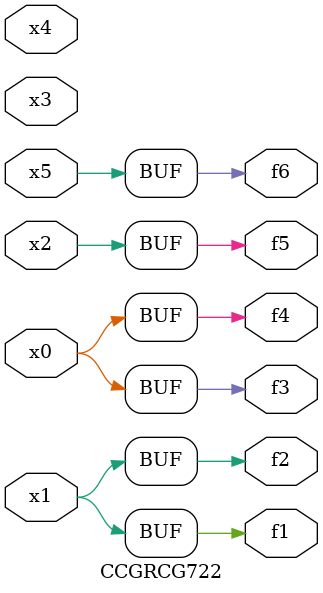
<source format=v>
module CCGRCG722(
	input x0, x1, x2, x3, x4, x5,
	output f1, f2, f3, f4, f5, f6
);
	assign f1 = x1;
	assign f2 = x1;
	assign f3 = x0;
	assign f4 = x0;
	assign f5 = x2;
	assign f6 = x5;
endmodule

</source>
